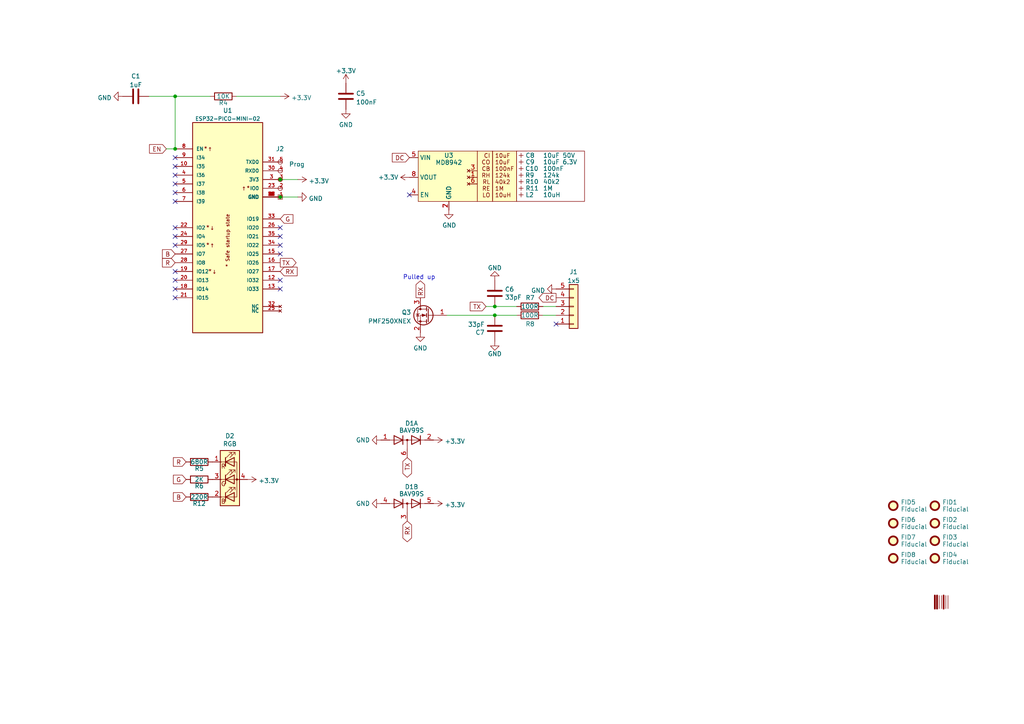
<source format=kicad_sch>
(kicad_sch (version 20230121) (generator eeschema)
  (paper "A4")
  (title_block (title "Daikin ESP32-PICO-MINI module") (rev "1") (comment 1 "@TheRealRevK") (comment 2 "www.me.uk"))
  (lib_symbols
    (symbol "Connector_Generic:Conn_01x05" (pin_names (offset 1.016) hide)
      (property "Reference" "J" (at 0 7.62 0))
      (property "Value" "Conn_01x05" (at 0 -7.62 0))
      (symbol "Conn_01x05_1_1"
        (rectangle (start -1.27 -4.953) (end 0 -5.207) (stroke (width 0.1524)))
        (rectangle (start -1.27 -2.413) (end 0 -2.667) (stroke (width 0.1524)))
        (rectangle (start -1.27 0.127) (end 0 -0.127) (stroke (width 0.1524)))
        (rectangle (start -1.27 2.667) (end 0 2.413) (stroke (width 0.1524)))
        (rectangle (start -1.27 5.207) (end 0 4.953) (stroke (width 0.1524)))
        (rectangle (start -1.27 6.35) (end 1.27 -6.35) (stroke (width 0.254)) (fill (type background)))
        (pin passive line (at -5.08 5.08 0) (length 3.81) (name "Pin_1") (number "1"))
        (pin passive line (at -5.08 2.54 0) (length 3.81) (name "Pin_2") (number "2"))
        (pin passive line (at -5.08 0 0) (length 3.81) (name "Pin_3") (number "3"))
        (pin passive line (at -5.08 -2.54 0) (length 3.81) (name "Pin_4") (number "4"))
        (pin passive line (at -5.08 -5.08 0) (length 3.81) (name "Pin_5") (number "5"))
      )
    )
    (symbol "Device:C" (pin_numbers hide) (pin_names (offset 0.254))
      (property "Reference" "C" (at 0.635 2.54 0))
      (property "Value" "C" (at 0.635 -2.54 0))
      (symbol "C_0_1"
        (polyline (pts (xy -2.032 -0.762) (xy 2.032 -0.762)) (stroke (width 0.508)))
        (polyline (pts (xy -2.032 0.762) (xy 2.032 0.762)) (stroke (width 0.508)))
      )
      (symbol "C_1_1"
        (pin passive line (at 0 3.81 270) (length 2.794) (name "~") (number "1"))
        (pin passive line (at 0 -3.81 90) (length 2.794) (name "~") (number "2"))
      )
    )
    (symbol "Device:LED_RBGA" (pin_names (offset 0) hide)
      (property "Reference" "D" (at 0 9.398 0))
      (property "Value" "LED_RBGA" (at 0 -8.89 0))
      (symbol "LED_RBGA_0_0"
        (text "B" (at -1.905 -6.35 0) (effects (font (size 1.27 1.27))))
        (text "G" (at -1.905 -1.27 0) (effects (font (size 1.27 1.27))))
        (text "R" (at -1.905 3.81 0) (effects (font (size 1.27 1.27))))
      )
      (symbol "LED_RBGA_0_1"
        (polyline (pts (xy -1.27 -5.08) (xy -2.54 -5.08)))
        (polyline (pts (xy -1.27 -5.08) (xy 1.27 -5.08)))
        (polyline (pts (xy -1.27 -3.81) (xy -1.27 -6.35)) (stroke (width 0.254)))
        (polyline (pts (xy -1.27 0) (xy -2.54 0)))
        (polyline (pts (xy -1.27 1.27) (xy -1.27 -1.27)) (stroke (width 0.254)))
        (polyline (pts (xy -1.27 5.08) (xy -2.54 5.08)))
        (polyline (pts (xy -1.27 5.08) (xy 1.27 5.08)))
        (polyline (pts (xy -1.27 6.35) (xy -1.27 3.81)) (stroke (width 0.254)))
        (polyline (pts (xy 1.27 0) (xy -1.27 0)))
        (polyline (pts (xy 1.27 0) (xy 2.54 0)))
        (polyline (pts (xy -1.27 1.27) (xy -1.27 -1.27) (xy -1.27 -1.27)))
        (polyline (pts (xy -1.27 6.35) (xy -1.27 3.81) (xy -1.27 3.81)))
        (polyline (pts (xy 1.27 -5.08) (xy 2.032 -5.08) (xy 2.032 5.08) (xy 1.27 5.08)))
        (polyline (pts (xy 1.27 -3.81) (xy 1.27 -6.35) (xy -1.27 -5.08) (xy 1.27 -3.81)) (stroke (width 0.254)))
        (polyline (pts (xy 1.27 1.27) (xy 1.27 -1.27) (xy -1.27 0) (xy 1.27 1.27)) (stroke (width 0.254)))
        (polyline (pts (xy 1.27 6.35) (xy 1.27 3.81) (xy -1.27 5.08) (xy 1.27 6.35)) (stroke (width 0.254)))
        (polyline (pts (xy -1.016 -3.81) (xy 0.508 -2.286) (xy -0.254 -2.286) (xy 0.508 -2.286) (xy 0.508 -3.048)))
        (polyline (pts (xy -1.016 1.27) (xy 0.508 2.794) (xy -0.254 2.794) (xy 0.508 2.794) (xy 0.508 2.032)))
        (polyline (pts (xy -1.016 6.35) (xy 0.508 7.874) (xy -0.254 7.874) (xy 0.508 7.874) (xy 0.508 7.112)))
        (polyline (pts (xy 0 -3.81) (xy 1.524 -2.286) (xy 0.762 -2.286) (xy 1.524 -2.286) (xy 1.524 -3.048)))
        (polyline (pts (xy 0 1.27) (xy 1.524 2.794) (xy 0.762 2.794) (xy 1.524 2.794) (xy 1.524 2.032)))
        (polyline (pts (xy 0 6.35) (xy 1.524 7.874) (xy 0.762 7.874) (xy 1.524 7.874) (xy 1.524 7.112)))
        (rectangle (start 1.27 -1.27) (end 1.27 1.27))
        (rectangle (start 1.27 1.27) (end 1.27 1.27))
        (rectangle (start 1.27 3.81) (end 1.27 6.35))
        (rectangle (start 1.27 6.35) (end 1.27 6.35))
        (circle (center 2.032 0) (radius 0.254) (fill (type outline)))
        (rectangle (start 2.794 8.382) (end -2.794 -7.62) (stroke (width 0.254)) (fill (type background)))
      )
      (symbol "LED_RBGA_1_1"
        (pin passive line (at -5.08 5.08 0) (length 2.54) (name "RK") (number "1"))
        (pin passive line (at -5.08 -5.08 0) (length 2.54) (name "BK") (number "2"))
        (pin passive line (at -5.08 0 0) (length 2.54) (name "GK") (number "3"))
        (pin passive line (at 5.08 0 180) (length 2.54) (name "A") (number "4"))
      )
    )
    (symbol "Device:R" (pin_numbers hide) (pin_names (offset 0))
      (property "Reference" "R" (at 2.032 0 90))
      (property "Value" "R" (at 0 0 90))
      (symbol "R_0_1"
        (rectangle (start -1.016 -2.54) (end 1.016 2.54) (stroke (width 0.254)))
      )
      (symbol "R_1_1"
        (pin passive line (at 0 3.81 270) (length 1.27) (name "~") (number "1"))
        (pin passive line (at 0 -3.81 90) (length 1.27) (name "~") (number "2"))
      )
    )
    (symbol "Diode:BAV99S" (pin_names (offset 0.0254) hide)
      (property "Reference" "D" (at 0 2.54 0))
      (property "Value" "BAV99S" (at 0 5.08 0))
      (symbol "BAV99S_0_1"
        (polyline (pts (xy -5.08 0) (xy 5.08 0)))
        (polyline (pts (xy 0 0) (xy 0 -2.54)))
        (polyline (pts (xy -1.27 -1.27) (xy -1.27 1.27) (xy -1.27 1.27)) (stroke (width 0.254)))
        (polyline (pts (xy 3.81 1.27) (xy 3.81 -1.27) (xy 3.81 -1.27)) (stroke (width 0.254)))
        (polyline (pts (xy -3.81 1.27) (xy -1.27 0) (xy -3.81 -1.27) (xy -3.81 1.27) (xy -3.81 1.27) (xy -3.81 1.27)) (stroke (width 0.254)))
        (polyline (pts (xy 1.27 1.27) (xy 3.81 0) (xy 1.27 -1.27) (xy 1.27 1.27) (xy 1.27 1.27) (xy 1.27 1.27)) (stroke (width 0.254)))
        (circle (center 0 0) (radius 0.254) (fill (type outline)))
      )
      (symbol "BAV99S_1_1"
        (polyline (pts (xy 6.35 0) (xy 7.62 0)))
        (pin passive line (at -7.62 0 0) (length 2.54) (name "A1") (number "1"))
        (pin passive line (at 7.62 0 180) (length 2.54) (name "K2") (number "2"))
        (pin passive line (at 0 -5.08 90) (length 2.54) (name "K3A4") (number "6"))
      )
      (symbol "BAV99S_2_1"
        (polyline (pts (xy 6.35 0) (xy 7.62 0)))
        (pin passive line (at 0 -5.08 90) (length 2.54) (name "K1A2") (number "3"))
        (pin passive line (at -7.62 0 0) (length 2.54) (name "A3") (number "4"))
        (pin passive line (at 7.62 0 180) (length 2.54) (name "K4") (number "5"))
      )
    )
    (symbol "GND_1" (power) (pin_names (offset 0))
      (property "Value" "GND_1" (at 0 -3.81 0))
      (symbol "GND_1_0_1"
        (polyline (pts (xy 0 0) (xy 0 -1.27) (xy 1.27 -1.27) (xy 0 -2.54) (xy -1.27 -1.27) (xy 0 -1.27)))
      )
      (symbol "GND_1_1_1"
        (pin power_in line (at 0 0 270) (length 0) hide (name "GND") (number "1"))
      )
    )
    (symbol "Mechanical:Fiducial"
      (property "Reference" "FID" (at 0 5.08 0))
      (property "Value" "Fiducial" (at 0 3.175 0))
      (symbol "Fiducial_0_1"
        (circle (center 0 0) (radius 1.27) (stroke (width 0.508)) (fill (type background)))
      )
    )
    (symbol "RevK:Barcode" (pin_names (offset 1.016)) (in_bom no)
      (symbol "Barcode_0_1"
        (polyline (pts (xy -0.635 1.905) (xy -0.635 -1.905)))
        (polyline (pts (xy 0 1.905) (xy 0 -1.905)))
        (polyline (pts (xy 1.27 1.905) (xy 1.27 -1.905)))
        (polyline (pts (xy 1.905 1.905) (xy 1.905 -1.905)))
      )
      (symbol "Barcode_1_1"
        (polyline (pts (xy -1.905 1.905) (xy -1.905 -1.905)) (stroke (width 0.5)))
        (polyline (pts (xy -1.27 1.905) (xy -1.27 -1.905)) (stroke (width 0.5)))
        (polyline (pts (xy 0.635 1.905) (xy 0.635 -1.905)) (stroke (width 0.5)))
      )
    )
    (symbol "RevK:ESP32-PICO-MINI-02" (pin_names (offset 1.016))
      (property "Reference" "U" (at -10.16 -33.02 0))
      (property "Value" "ESP32-PICO-MINI-02" (at 0 27.94 0))
      (property "LCSC Part #" "C2980306" (at 0 0 0))
      (symbol "ESP32-PICO-MINI-02_0_0"
        (rectangle (start -10.16 -30.48) (end 10.16 30.48) (stroke (width 0.254)) (fill (type background)))
        (text "* Safe startup state" (at 0 -11.43 900) (effects (font (size 1 1)) (justify left)))
        (text "*↑" (at -6.985 22.86 0) (effects (font (size 1.27 1.27)) (justify left)))
        (text "*↑" (at -6.35 -5.08 0) (effects (font (size 1.27 1.27)) (justify left)))
        (text "*↓" (at -6.35 0 0) (effects (font (size 1.27 1.27)) (justify left)))
        (text "*↓" (at -5.715 -12.7 0) (effects (font (size 1.27 1.27)) (justify left)))
        (text "↑*" (at 3.81 11.43 0) (effects (font (size 1.27 1.27)) (justify left)))
        (pin power_in line (at 15.24 8.89 180) (length 5.08) (name "GND") (number "1"))
        (pin input line (at -15.24 17.78 0) (length 5.08) (name "I35") (number "10"))
        (pin power_in line (at 15.24 8.89 180) (length 5.08) (name "GND") (number "11"))
        (pin bidirectional line (at 15.24 -15.24 180) (length 5.08) (name "IO32") (number "12"))
        (pin bidirectional line (at 15.24 -17.78 180) (length 5.08) (name "IO33") (number "13"))
        (pin power_in line (at 15.24 8.89 180) (length 5.08) (name "GND") (number "14"))
        (pin bidirectional line (at 15.24 -7.62 180) (length 5.08) (name "IO25") (number "15"))
        (pin bidirectional line (at 15.24 -10.16 180) (length 5.08) (name "IO26") (number "16"))
        (pin bidirectional line (at 15.24 -12.7 180) (length 5.08) (name "IO27") (number "17"))
        (pin bidirectional line (at -15.24 -17.78 0) (length 5.08) (name "IO14") (number "18"))
        (pin bidirectional line (at -15.24 -12.7 0) (length 5.08) (name "IO12") (number "19"))
        (pin power_in line (at 15.24 8.89 180) (length 5.08) (name "GND") (number "2"))
        (pin bidirectional line (at -15.24 -15.24 0) (length 5.08) (name "IO13") (number "20"))
        (pin bidirectional line (at -15.24 -20.32 0) (length 5.08) (name "IO15") (number "21"))
        (pin bidirectional line (at -15.24 0 0) (length 5.08) (name "IO2") (number "22"))
        (pin bidirectional line (at 15.24 11.43 180) (length 5.08) (name "IO0") (number "23"))
        (pin bidirectional line (at -15.24 -2.54 0) (length 5.08) (name "IO4") (number "24"))
        (pin no_connect line (at 15.24 -24.13 180) (length 5.08) (name "NC") (number "25"))
        (pin bidirectional line (at 15.24 0 180) (length 5.08) (name "IO20") (number "26"))
        (pin bidirectional line (at -15.24 -7.62 0) (length 5.08) (name "IO7") (number "27"))
        (pin bidirectional line (at -15.24 -10.16 0) (length 5.08) (name "IO8") (number "28"))
        (pin bidirectional line (at -15.24 -5.08 0) (length 5.08) (name "IO5") (number "29"))
        (pin power_in line (at 15.24 13.97 180) (length 5.08) (name "3V3") (number "3"))
        (pin bidirectional line (at 15.24 16.51 180) (length 5.08) (name "RXD0") (number "30"))
        (pin bidirectional line (at 15.24 19.05 180) (length 5.08) (name "TXD0") (number "31"))
        (pin no_connect line (at 15.24 -22.86 180) (length 5.08) (name "NC") (number "32"))
        (pin bidirectional line (at 15.24 2.54 180) (length 5.08) (name "IO19") (number "33"))
        (pin bidirectional line (at 15.24 -5.08 180) (length 5.08) (name "IO22") (number "34"))
        (pin bidirectional line (at 15.24 -2.54 180) (length 5.08) (name "IO21") (number "35"))
        (pin power_in line (at 15.24 8.89 180) (length 5.08) (name "GND") (number "36"))
        (pin power_in line (at 15.24 8.89 180) (length 5.08) (name "GND") (number "37"))
        (pin power_in line (at 15.24 8.89 180) (length 5.08) (name "GND") (number "38"))
        (pin power_in line (at 15.24 8.89 180) (length 5.08) (name "GND") (number "39"))
        (pin input line (at -15.24 15.24 0) (length 5.08) (name "I36") (number "4"))
        (pin power_in line (at 15.24 8.89 180) (length 5.08) (name "GND") (number "40"))
        (pin power_in line (at 15.24 8.89 180) (length 5.08) (name "GND") (number "41"))
        (pin power_in line (at 15.24 8.89 180) (length 5.08) (name "GND") (number "42"))
        (pin power_in line (at 15.24 8.89 180) (length 5.08) (name "GND") (number "43"))
        (pin power_in line (at 15.24 8.89 180) (length 5.08) (name "GND") (number "44"))
        (pin power_in line (at 15.24 8.89 180) (length 5.08) (name "GND") (number "45"))
        (pin power_in line (at 15.24 8.89 180) (length 5.08) (name "GND") (number "46"))
        (pin power_in line (at 15.24 8.89 180) (length 5.08) (name "GND") (number "47"))
        (pin power_in line (at 15.24 8.89 180) (length 5.08) (name "GND") (number "48"))
        (pin power_in line (at 15.24 8.89 180) (length 5.08) (name "GND") (number "49"))
        (pin input line (at -15.24 12.7 0) (length 5.08) (name "I37") (number "5"))
        (pin power_in line (at 15.24 8.89 180) (length 5.08) (name "GND") (number "50"))
        (pin power_in line (at 15.24 8.89 180) (length 5.08) (name "GND") (number "51"))
        (pin power_in line (at 15.24 8.89 180) (length 5.08) (name "GND") (number "52"))
        (pin power_in line (at 15.24 8.89 180) (length 5.08) (name "GND") (number "53"))
        (pin input line (at -15.24 10.16 0) (length 5.08) (name "I38") (number "6"))
        (pin input line (at -15.24 7.62 0) (length 5.08) (name "I39") (number "7"))
        (pin input line (at -15.24 22.86 0) (length 5.08) (name "EN") (number "8"))
        (pin input line (at -15.24 20.32 0) (length 5.08) (name "I34") (number "9"))
      )
    )
    (symbol "RevK:Hidden" (pin_names (offset 1.016))
      (property "Reference" "Z" (at 0.635 0 0))
      (property "Value" "Hidden" (at 4.445 0 0))
      (symbol "Hidden_0_1"
        (polyline (pts (xy -0.635 0) (xy 0.635 0)) (stroke (width 0.1524)))
        (polyline (pts (xy 0 0.635) (xy 0 -0.635)) (stroke (width 0.1524)))
      )
      (symbol "Hidden_1_1"
        (pin no_connect non_logic (at 0 -2.54 90) (length 2.54) hide (name "~") (number "~"))
      )
    )
    (symbol "RevK:MD89420-RegBlock"
      (property "Reference" "U" (at -0.635 4.445 0))
      (property "Value" "MD8942" (at 0 6.35 0))
      (symbol "MD89420-RegBlock_1_1"
        (rectangle (start -8.89 7.62) (end 8.255 -6.985) (fill (type background)))
        (rectangle (start 8.255 7.62) (end 12.7 -6.985) (fill (type background)))
        (rectangle (start 12.7 7.62) (end 19.685 -6.985) (fill (type background)))
        (rectangle (start 19.685 7.62) (end 39.37 -6.985))
        (text "10uF\n10uF\n100nF\n124k\n40k2\n1M\n10uH" (at 13.335 6.985 0) (effects (font (size 1.185 1.185)) (justify left top)))
        (text "CI\nCO\nCB\nRH\nRL\nRE\nLO" (at 12.065 6.985 0) (effects (font (size 1.185 1.185)) (justify right top)))
        (pin no_connect line (at 5.715 0 0) (length 2.54) (name "") (number "1"))
        (pin power_in line (at 0 -9.525 90) (length 2.54) (name "GND") (number "2"))
        (pin no_connect line (at 5.715 1.905 0) (length 2.54) (name "") (number "3"))
        (pin input line (at -11.43 -5.08 0) (length 2.54) (name "EN") (number "4"))
        (pin power_in line (at -11.43 5.715 0) (length 2.54) (name "VIN") (number "5"))
        (pin no_connect line (at 5.715 -1.905 0) (length 2.54) (name "") (number "6"))
        (pin power_in line (at 0 -9.525 90) (length 2.54) (name "GND") (number "7"))
        (pin power_out line (at -11.43 0 0) (length 2.54) (name "VOUT") (number "8"))
      )
    )
    (symbol "RevK:NX7002AK" (pin_names (offset 0) hide)
      (property "Reference" "Q" (at 5.08 1.27 0))
      (property "Value" "NX7002AK" (at 5.08 -1.27 0))
      (symbol "NX7002AK_0_1"
        (polyline (pts (xy 0.254 0) (xy -2.54 0)))
        (polyline (pts (xy 0.254 1.905) (xy 0.254 -1.905)) (stroke (width 0.254)))
        (polyline (pts (xy 0.762 -1.27) (xy 0.762 -2.286)) (stroke (width 0.254)))
        (polyline (pts (xy 0.762 0.508) (xy 0.762 -0.508)) (stroke (width 0.254)))
        (polyline (pts (xy 0.762 2.286) (xy 0.762 1.27)) (stroke (width 0.254)))
        (polyline (pts (xy 2.54 2.54) (xy 2.54 1.778)))
        (polyline (pts (xy 2.54 -2.54) (xy 2.54 0) (xy 0.762 0)))
        (polyline (pts (xy 0.762 -1.778) (xy 3.302 -1.778) (xy 3.302 1.778) (xy 0.762 1.778)))
        (polyline (pts (xy 1.016 0) (xy 2.032 0.381) (xy 2.032 -0.381) (xy 1.016 0)) (fill (type outline)))
        (polyline (pts (xy 2.794 0.508) (xy 2.921 0.381) (xy 3.683 0.381) (xy 3.81 0.254)))
        (polyline (pts (xy 3.302 0.381) (xy 2.921 -0.254) (xy 3.683 -0.254) (xy 3.302 0.381)))
        (circle (center 1.651 0) (radius 2.794) (stroke (width 0.254)))
        (circle (center 2.54 -1.778) (radius 0.254) (fill (type outline)))
        (circle (center 2.54 1.778) (radius 0.254) (fill (type outline)))
      )
      (symbol "NX7002AK_1_1"
        (pin input line (at -5.08 0 0) (length 2.54) (name "G") (number "1"))
        (pin passive line (at 2.54 -5.08 90) (length 2.54) (name "S") (number "2"))
        (pin passive line (at 2.54 5.08 270) (length 2.54) (name "D") (number "3"))
      )
    )
    (symbol "RevK:Shelly" (in_bom no)
      (property "Reference" "J" (at 2.54 -8.255 0))
      (property "Value" "Shelly" (at 2.54 9.525 0))
      (symbol "Shelly_0_1"
        (circle (center 0 -2.54) (radius 0.635) (stroke (width 0.1524)))
        (circle (center 0 0) (radius 0.635) (stroke (width 0.1524)))
        (circle (center 0 2.54) (radius 0.635) (stroke (width 0.1524)))
        (circle (center 0 5.08) (radius 0.635) (stroke (width 0.1524)))
        (rectangle (start 0.635 -5.715) (end -0.635 -4.445) (stroke (width 0.1524)))
      )
      (symbol "Shelly_1_1"
        (pin passive line (at 0 -5.08 0) (length 0.64) (name "GND") (number "1"))
        (pin passive line (at 0 -2.54 0) (length 0.64) (name "0") (number "2"))
        (pin passive line (at 0 0 0) (length 0.64) (name "3V3") (number "3"))
        (pin passive line (at 0 2.54 0) (length 0.64) (name "Rx") (number "4"))
        (pin passive line (at 0 5.08 0) (length 0.64) (name "Tx") (number "5"))
      )
    )
    (symbol "power:+3.3V" (power) (pin_names (offset 0))
      (property "Value" "+3.3V" (at 0 3.556 0))
      (symbol "+3.3V_0_1"
        (polyline (pts (xy -0.762 1.27) (xy 0 2.54)))
        (polyline (pts (xy 0 0) (xy 0 2.54)))
        (polyline (pts (xy 0 2.54) (xy 0.762 1.27)))
      )
      (symbol "+3.3V_1_1"
        (pin power_in line (at 0 0 90) (length 0) hide (name "+3.3V") (number "1"))
      )
    )
    (symbol "power:GND" (power) (pin_names (offset 0))
      (property "Value" "GND" (at 0 -3.81 0))
      (symbol "GND_0_1"
        (polyline (pts (xy 0 0) (xy 0 -1.27) (xy 1.27 -1.27) (xy 0 -2.54) (xy -1.27 -1.27) (xy 0 -1.27)))
      )
      (symbol "GND_1_1"
        (pin power_in line (at 0 0 270) (length 0) hide (name "GND") (number "1"))
      )
    )
  )
  (junction (at 50.8 43.18))
  (junction (at 50.8 27.94))
  (junction (at 143.51 91.44))
  (junction (at 81.28 52.07))
  (junction (at 81.28 57.15))
  (junction (at 143.51 88.9))
  (no_connect (at 161.29 93.98))
  (no_connect (at 81.28 71.12))
  (no_connect (at 50.8 45.72))
  (no_connect (at 50.8 48.26))
  (no_connect (at 50.8 50.8))
  (no_connect (at 50.8 53.34))
  (no_connect (at 50.8 55.88))
  (no_connect (at 50.8 58.42))
  (no_connect (at 50.8 66.04))
  (no_connect (at 50.8 71.12))
  (no_connect (at 50.8 78.74))
  (no_connect (at 81.28 68.58))
  (no_connect (at 81.28 81.28))
  (no_connect (at 81.28 83.82))
  (no_connect (at 118.745 56.515))
  (no_connect (at 81.28 73.66))
  (no_connect (at 50.8 83.82))
  (no_connect (at 50.8 81.28))
  (no_connect (at 50.8 86.36))
  (no_connect (at 81.28 66.04))
  (no_connect (at 50.8 68.58))
  (wire (pts (xy 81.28 57.15) (xy 86.36 57.15)))
  (wire (pts (xy 143.51 91.44) (xy 149.86 91.44)))
  (wire (pts (xy 161.29 91.44) (xy 157.48 91.44)))
  (wire (pts (xy 43.18 27.94) (xy 50.8 27.94)))
  (wire (pts (xy 140.97 88.9) (xy 143.51 88.9)))
  (wire (pts (xy 48.26 43.18) (xy 50.8 43.18)))
  (wire (pts (xy 143.51 91.44) (xy 129.54 91.44)))
  (wire (pts (xy 50.8 43.18) (xy 50.8 27.94)))
  (wire (pts (xy 143.51 88.9) (xy 149.86 88.9)))
  (wire (pts (xy 81.28 52.07) (xy 86.36 52.07)))
  (wire (pts (xy 50.8 27.94) (xy 60.96 27.94)))
  (wire (pts (xy 157.48 88.9) (xy 161.29 88.9)))
  (wire (pts (xy 68.58 27.94) (xy 81.28 27.94)))
  (text "Pulled up" (at 116.84 81.28 0) (effects (font (size 1.27 1.27)) (justify left bottom)))
  (global_label "G" (shape input) (at 81.28 63.5 0) (property "Intersheetrefs" "${INTERSHEET_REFS}" (effects hide)))
  (global_label "R" (shape input) (at 50.8 76.2 180) (property "Intersheetrefs" "${INTERSHEET_REFS}" (effects hide)))
  (global_label "DC" (shape input) (at 118.745 45.72 180) (property "Intersheetrefs" "${INTERSHEET_REFS}" (effects hide)))
  (global_label "EN" (shape input) (at 48.26 43.18 180) (property "Intersheetrefs" "${INTERSHEET_REFS}" (effects hide)))
  (global_label "TX" (shape bidirectional) (at 118.11 132.715 270) (property "Intersheetrefs" "${INTERSHEET_REFS}" (effects hide)))
  (global_label "TX" (shape input) (at 140.97 88.9 180) (property "Intersheetrefs" "${INTERSHEET_REFS}" (effects hide)))
  (global_label "R" (shape input) (at 53.975 133.985 180) (property "Intersheetrefs" "${INTERSHEET_REFS}" (effects hide)))
  (global_label "RX" (shape bidirectional) (at 118.11 151.13 270) (property "Intersheetrefs" "${INTERSHEET_REFS}" (effects hide)))
  (global_label "B" (shape input) (at 53.975 144.145 180) (property "Intersheetrefs" "${INTERSHEET_REFS}" (effects hide)))
  (global_label "TX" (shape output) (at 81.28 76.2 0) (property "Intersheetrefs" "${INTERSHEET_REFS}" (effects hide)))
  (global_label "DC" (shape output) (at 161.29 86.36 180) (property "Intersheetrefs" "${INTERSHEET_REFS}" (effects hide)))
  (global_label "RX" (shape input) (at 81.28 78.74 0) (property "Intersheetrefs" "${INTERSHEET_REFS}" (effects hide)))
  (global_label "G" (shape input) (at 53.975 139.065 180) (property "Intersheetrefs" "${INTERSHEET_REFS}" (effects hide)))
  (global_label "RX" (shape output) (at 121.92 86.36 90) (property "Intersheetrefs" "${INTERSHEET_REFS}" (effects hide)))
  (global_label "B" (shape input) (at 50.8 73.66 180) (property "Intersheetrefs" "${INTERSHEET_REFS}" (effects hide)))
  (symbol (lib_id "RevK:Hidden") (at 151.13 48.895 90) (unit 1)
    (property "Reference" "C10" (at 156.21 48.895 90) (effects (justify left)))
    (property "Value" "100nF" (at 157.48 48.895 90) (effects (justify right)))
    (property "Footprint" "RevK:C_0603_" (effects hide))
  )
  (symbol (lib_id "Diode:BAV99S") (at 118.11 146.05 0) (unit 2)
    (property "Reference" "D1" (at 119.38 141.2 0))
    (property "Value" "BAV99S" (at 119.38 143.248 0))
    (property "Footprint" "RevK:SOT-363_SC-70-6" (effects hide))
    (property "Datasheet" "https://assets.nexperia.com/documents/data-sheet/BAV99_SER.pdf" (effects hide))
    (property "LCSC Part #" "C712378" (effects hide))
    (property "JLCPCB Rotation Offset" "90" (effects hide))
  )
  (symbol (lib_id "Device:C") (at 143.51 95.25 180) (unit 1)
    (property "Reference" "C7" (at 140.589 96.4184 0) (effects (justify left)))
    (property "Value" "33pF" (at 140.589 94.107 0) (effects (justify left)))
    (property "Footprint" "RevK:C_0402" (effects hide))
  )
  (symbol (lib_id "RevK:Barcode") (at 273.05 174.625 0) (unit 1) (in_bom no)
    (property "Reference" "U4" (effects hide))
    (property "Value" "Barcode" (effects hide))
    (property "Footprint" "RevK:EAN-5060634238151" (effects hide))
    (property "Note" "Non part, PCB printed" (effects hide))
  )
  (symbol (lib_id "power:GND") (at 161.29 83.82 270) (unit 1)
    (property "Reference" "#PWR09" (effects hide))
    (property "Value" "GND" (at 158.1151 84.2538 90) (effects (justify right)))
  )
  (symbol (lib_id "Device:R") (at 64.77 27.94 270) (unit 1)
    (property "Reference" "R4" (at 64.77 29.845 90))
    (property "Value" "10K" (at 64.77 27.94 90))
    (property "Footprint" "RevK:R_0402" (effects hide))
  )
  (symbol (lib_id "Device:R") (at 153.67 91.44 90) (unit 1)
    (property "Reference" "R8" (at 152.4 93.98 90) (effects (justify right)))
    (property "Value" "100R" (at 156.21 91.44 90) (effects (justify left)))
    (property "Footprint" "RevK:R_0402" (effects hide))
  )
  (symbol (lib_id "Device:C") (at 100.33 27.94 0) (unit 1)
    (property "Reference" "C5" (at 103.251 27.1053 0) (effects (justify left)))
    (property "Value" "100nF" (at 103.251 29.6422 0) (effects (justify left)))
    (property "Footprint" "RevK:C_0402" (effects hide))
  )
  (symbol (lib_id "Mechanical:Fiducial") (at 259.08 151.765 0) (unit 1) (in_bom no)
    (property "Reference" "FID6" (at 261.239 150.741 0) (effects (justify left)))
    (property "Value" "Fiducial" (at 261.239 152.789 0) (effects (justify left)))
    (property "Footprint" "Fiducial:Fiducial_1mm_Mask2mm" (effects hide))
  )
  (symbol (lib_id "Device:R") (at 57.785 144.145 270) (unit 1)
    (property "Reference" "R12" (at 57.785 146.05 90))
    (property "Value" "220R" (at 57.785 144.145 90))
    (property "Footprint" "RevK:R_0402" (effects hide))
  )
  (symbol (lib_id "Mechanical:Fiducial") (at 271.145 151.765 0) (unit 1) (in_bom no)
    (property "Reference" "FID2" (at 273.304 150.741 0) (effects (justify left)))
    (property "Value" "Fiducial" (at 273.304 152.789 0) (effects (justify left)))
    (property "Footprint" "Fiducial:Fiducial_1mm_Mask2mm" (effects hide))
  )
  (symbol (lib_id "Mechanical:Fiducial") (at 259.08 156.845 0) (unit 1) (in_bom no)
    (property "Reference" "FID7" (at 261.239 155.821 0) (effects (justify left)))
    (property "Value" "Fiducial" (at 261.239 157.869 0) (effects (justify left)))
    (property "Footprint" "Fiducial:Fiducial_1mm_Mask2mm" (effects hide))
  )
  (symbol (lib_id "Mechanical:Fiducial") (at 259.08 146.685 0) (unit 1) (in_bom no)
    (property "Reference" "FID5" (at 261.239 145.661 0) (effects (justify left)))
    (property "Value" "Fiducial" (at 261.239 147.709 0) (effects (justify left)))
    (property "Footprint" "Fiducial:Fiducial_1mm_Mask2mm" (effects hide))
  )
  (symbol (lib_id "Device:C") (at 143.51 85.09 0) (unit 1)
    (property "Reference" "C6" (at 146.431 83.9216 0) (effects (justify left)))
    (property "Value" "33pF" (at 146.431 86.233 0) (effects (justify left)))
    (property "Footprint" "RevK:C_0402" (effects hide))
  )
  (symbol (lib_name "GND_1") (lib_id "power:GND") (at 86.36 57.15 90) (unit 1)
    (property "Reference" "#PWR0104" (effects hide))
    (property "Value" "GND" (at 89.535 57.5838 90) (effects (justify right)))
  )
  (symbol (lib_id "power:GND") (at 110.49 146.05 270) (unit 1)
    (property "Reference" "#PWR05" (effects hide))
    (property "Value" "GND" (at 107.3151 146.05 90) (effects (justify right)))
  )
  (symbol (lib_id "Mechanical:Fiducial") (at 259.08 161.925 0) (unit 1) (in_bom no)
    (property "Reference" "FID8" (at 261.239 160.901 0) (effects (justify left)))
    (property "Value" "Fiducial" (at 261.239 162.949 0) (effects (justify left)))
    (property "Footprint" "Fiducial:Fiducial_1mm_Mask2mm" (effects hide))
  )
  (symbol (lib_id "power:+3.3V") (at 125.73 146.05 270) (unit 1)
    (property "Reference" "#PWR07" (effects hide))
    (property "Value" "+3.3V" (at 128.9812 146.431 90) (effects (justify left)))
  )
  (symbol (lib_id "RevK:Hidden") (at 151.13 50.8 0) (unit 1)
    (property "Reference" "R9" (at 153.67 50.8 0))
    (property "Value" "124k" (at 157.48 50.8 0) (effects (justify left)))
    (property "Footprint" "RevK:R_0402_" (effects hide))
  )
  (symbol (lib_id "power:GND") (at 143.51 99.06 0) (unit 1)
    (property "Reference" "#PWR0112" (effects hide))
    (property "Value" "GND" (at 143.51 102.6358 0))
  )
  (symbol (lib_id "Mechanical:Fiducial") (at 271.145 156.845 0) (unit 1) (in_bom no)
    (property "Reference" "FID3" (at 273.304 155.821 0) (effects (justify left)))
    (property "Value" "Fiducial" (at 273.304 157.869 0) (effects (justify left)))
    (property "Footprint" "Fiducial:Fiducial_1mm_Mask2mm" (effects hide))
  )
  (symbol (lib_id "power:GND") (at 100.33 31.75 0) (unit 1)
    (property "Reference" "#PWR0110" (effects hide))
    (property "Value" "GND" (at 100.33 36.1934 0))
  )
  (symbol (lib_id "RevK:ESP32-PICO-MINI-02") (at 66.04 66.04 0) (unit 1)
    (property "Reference" "U1" (at 66.04 32.0498 0))
    (property "Value" "ESP32-PICO-MINI-02" (at 66.04 34.4339 0) (effects (font (size 1.1 1.1))))
    (property "Footprint" "RevK:ESP32-PICO-MINI-02" (effects hide))
    (property "MANUFACTURER" "Espressif" (effects hide))
    (property "MAXIMUM_PACKAGE_HEIGHT" "2.55mm" (effects hide))
    (property "PARTREV" "v1.0" (effects hide))
    (property "STANDARD" "Manufacturer Recommendations" (effects hide))
    (property "Part No" "ESP32-PICO-MINI-02-N8R2" (effects hide))
    (property "LCSC Part #" "C2980306" (effects hide))
  )
  (symbol (lib_id "RevK:MD89420-RegBlock") (at 130.175 51.435 0) (unit 1)
    (property "Reference" "U3" (at 130.175 45.085 0))
    (property "Value" "MD8942" (at 130.175 47.133 0))
    (property "Footprint" "RevK:SOT-23-6-MD8942" (effects hide))
    (property "Datasheet" "https://datasheet.lcsc.com/lcsc/2101111937_Shanghai-Mingda-Microelectronics-MD8942_C2684786.pdf" (effects hide))
    (property "LCSC Part #" "C2684786" (effects hide))
  )
  (symbol (lib_id "RevK:Hidden") (at 151.13 52.705 270) (unit 1)
    (property "Reference" "R10" (at 154.305 52.705 90))
    (property "Value" "40k2" (at 157.48 52.705 90) (effects (justify left)))
    (property "Footprint" "RevK:R_0402_" (effects hide))
  )
  (symbol (lib_id "RevK:Hidden") (at 151.13 56.515 90) (unit 1)
    (property "Reference" "L2" (at 152.4 56.515 90) (effects (justify right)))
    (property "Value" "10uH" (at 157.48 56.515 90) (effects (justify right)))
    (property "Footprint" "RevK:L_4x4_" (effects hide))
  )
  (symbol (lib_id "power:GND") (at 143.51 81.28 180) (unit 1)
    (property "Reference" "#PWR0111" (effects hide))
    (property "Value" "GND" (at 143.51 77.7042 0))
  )
  (symbol (lib_id "power:GND") (at 110.49 127.635 270) (unit 1)
    (property "Reference" "#PWR04" (effects hide))
    (property "Value" "GND" (at 107.3151 127.635 90) (effects (justify right)))
  )
  (symbol (lib_id "power:GND") (at 130.175 60.96 0) (unit 1)
    (property "Reference" "#PWR02" (effects hide))
    (property "Value" "GND" (at 130.302 65.3542 0))
  )
  (symbol (lib_id "Device:R") (at 153.67 88.9 90) (unit 1)
    (property "Reference" "R7" (at 152.4 86.36 90) (effects (justify right)))
    (property "Value" "100R" (at 156.21 88.9 90) (effects (justify left)))
    (property "Footprint" "RevK:R_0402" (effects hide))
  )
  (symbol (lib_id "RevK:Hidden") (at 151.13 46.99 0) (unit 1)
    (property "Reference" "C9" (at 152.4 46.99 0) (effects (justify left)))
    (property "Value" "10uF 6.3V" (at 157.48 46.99 0) (effects (justify left)))
    (property "Footprint" "RevK:C_0603_" (effects hide))
    (property "LCSC Part #" "C1691" (effects hide))
  )
  (symbol (lib_id "power:GND") (at 121.92 96.52 0) (unit 1)
    (property "Reference" "#PWR0102" (effects hide))
    (property "Value" "GND" (at 121.92 100.9634 0))
  )
  (symbol (lib_id "Device:R") (at 57.785 133.985 270) (unit 1)
    (property "Reference" "R5" (at 57.785 135.89 90))
    (property "Value" "680R" (at 57.785 133.985 90))
    (property "Footprint" "RevK:R_0402" (effects hide))
  )
  (symbol (lib_id "Mechanical:Fiducial") (at 271.145 161.925 0) (unit 1) (in_bom no)
    (property "Reference" "FID4" (at 273.304 160.901 0) (effects (justify left)))
    (property "Value" "Fiducial" (at 273.304 162.949 0) (effects (justify left)))
    (property "Footprint" "Fiducial:Fiducial_1mm_Mask2mm" (effects hide))
  )
  (symbol (lib_id "Device:C") (at 39.37 27.94 90) (unit 1)
    (property "Reference" "C1" (at 39.37 22.0812 90))
    (property "Value" "1uF" (at 39.37 24.6181 90))
    (property "Footprint" "RevK:C_0402" (effects hide))
  )
  (symbol (lib_id "Connector_Generic:Conn_01x05") (at 166.37 88.9 0) (mirror x) (unit 1)
    (property "Reference" "J1" (at 166.37 78.8502 0))
    (property "Value" "1x5" (at 166.37 81.3871 0))
    (property "Footprint" "RevK:JST_EH_S5B-EH_1x05_P2.50mm_Horizontal" (effects hide))
    (property "LCSC Part #" "C225427" (effects hide))
    (property "JLCPCB Position Offset" "5,0" (effects hide))
  )
  (symbol (lib_id "power:+3.3V") (at 118.745 51.435 90) (unit 1)
    (property "Reference" "#PWR01" (effects hide))
    (property "Value" "+3.3V" (at 115.57 51.435 90) (effects (justify left)))
  )
  (symbol (lib_id "RevK:Hidden") (at 151.13 45.085 0) (unit 1)
    (property "Reference" "C8" (at 152.4 45.085 0) (effects (justify left)))
    (property "Value" "10uF 50V" (at 157.48 45.085 0) (effects (justify left)))
    (property "Footprint" "RevK:C_0603_" (effects hide))
    (property "LCSC Part #" "C1591" (effects hide))
  )
  (symbol (lib_id "power:+3.3V") (at 100.33 24.13 0) (unit 1)
    (property "Reference" "#PWR0109" (effects hide))
    (property "Value" "+3.3V" (at 100.33 20.5542 0))
  )
  (symbol (lib_id "Device:LED_RBGA") (at 66.675 139.065 0) (unit 1)
    (property "Reference" "D2" (at 66.675 126.4412 0))
    (property "Value" "RGB" (at 66.675 128.7526 0))
    (property "Footprint" "RevK:LED-RGB-1.6x1.6" (effects hide))
    (property "Manufacturer" "Kingbright" (effects hide))
    (property "Part No" "APTF1616LSEEZGKQBKC" (effects hide))
    (property "LCSC Part #" "C264508" (effects hide))
  )
  (symbol (lib_id "power:+3.3V") (at 81.28 27.94 270) (unit 1)
    (property "Reference" "#PWR0106" (effects hide))
    (property "Value" "+3.3V" (at 84.455 28.3738 90) (effects (justify left)))
  )
  (symbol (lib_id "power:+3.3V") (at 71.755 139.065 270) (unit 1)
    (property "Reference" "#PWR03" (effects hide))
    (property "Value" "+3.3V" (at 75.0062 139.446 90) (effects (justify left)))
  )
  (symbol (lib_id "Device:R") (at 57.785 139.065 270) (unit 1)
    (property "Reference" "R6" (at 57.785 140.97 90))
    (property "Value" "2K" (at 57.785 139.065 90))
    (property "Footprint" "RevK:R_0402" (effects hide))
  )
  (symbol (lib_id "RevK:Hidden") (at 151.13 54.61 0) (unit 1)
    (property "Reference" "R11" (at 152.4 54.61 0) (effects (justify left)))
    (property "Value" "1M" (at 157.48 54.61 0) (effects (justify left)))
    (property "Footprint" "RevK:R_0402_" (effects hide))
  )
  (symbol (lib_id "power:+3.3V") (at 86.36 52.07 270) (unit 1)
    (property "Reference" "#PWR0103" (effects hide))
    (property "Value" "+3.3V" (at 89.535 52.5038 90) (effects (justify left)))
  )
  (symbol (lib_id "Mechanical:Fiducial") (at 271.145 146.685 0) (unit 1) (in_bom no)
    (property "Reference" "FID1" (at 273.304 145.661 0) (effects (justify left)))
    (property "Value" "Fiducial" (at 273.304 147.709 0) (effects (justify left)))
    (property "Footprint" "Fiducial:Fiducial_1mm_Mask2mm" (effects hide))
  )
  (symbol (lib_id "power:GND") (at 35.56 27.94 270) (unit 1)
    (property "Reference" "#PWR0108" (effects hide))
    (property "Value" "GND" (at 32.3851 28.3738 90) (effects (justify right)))
  )
  (symbol (lib_id "RevK:NX7002AK") (at 124.46 91.44 0) (mirror y) (unit 1)
    (property "Reference" "Q3" (at 119.253 90.6053 0) (effects (justify left)))
    (property "Value" "PMF250XNEX" (at 119.253 93.1422 0) (effects (justify left)))
    (property "Footprint" "RevK:SOT-323_SC-70" (effects hide))
    (property "Part No" "PMF250XNEX" (effects hide))
    (property "LCSC Part #" "C504047" (effects hide))
  )
  (symbol (lib_id "RevK:Shelly") (at 81.28 52.07 0) (unit 1) (in_bom no)
    (property "Reference" "J2" (at 80.01 43.18 0) (effects (justify left)))
    (property "Value" "Prog" (at 83.82 47.625 0) (effects (justify left)))
    (property "Footprint" "RevK:Shelly" (effects hide))
  )
  (symbol (lib_id "Diode:BAV99S") (at 118.11 127.635 0) (unit 1)
    (property "Reference" "D1" (at 119.38 122.785 0))
    (property "Value" "BAV99S" (at 119.38 124.833 0))
    (property "Footprint" "RevK:SOT-363_SC-70-6" (effects hide))
    (property "Datasheet" "https://assets.nexperia.com/documents/data-sheet/BAV99_SER.pdf" (effects hide))
    (property "LCSC Part #" "C712378" (effects hide))
    (property "JLCPCB Rotation Offset" "90" (effects hide))
  )
  (symbol (lib_id "power:+3.3V") (at 125.73 127.635 270) (unit 1)
    (property "Reference" "#PWR06" (effects hide))
    (property "Value" "+3.3V" (at 128.9812 128.016 90) (effects (justify left)))
  )
)
</source>
